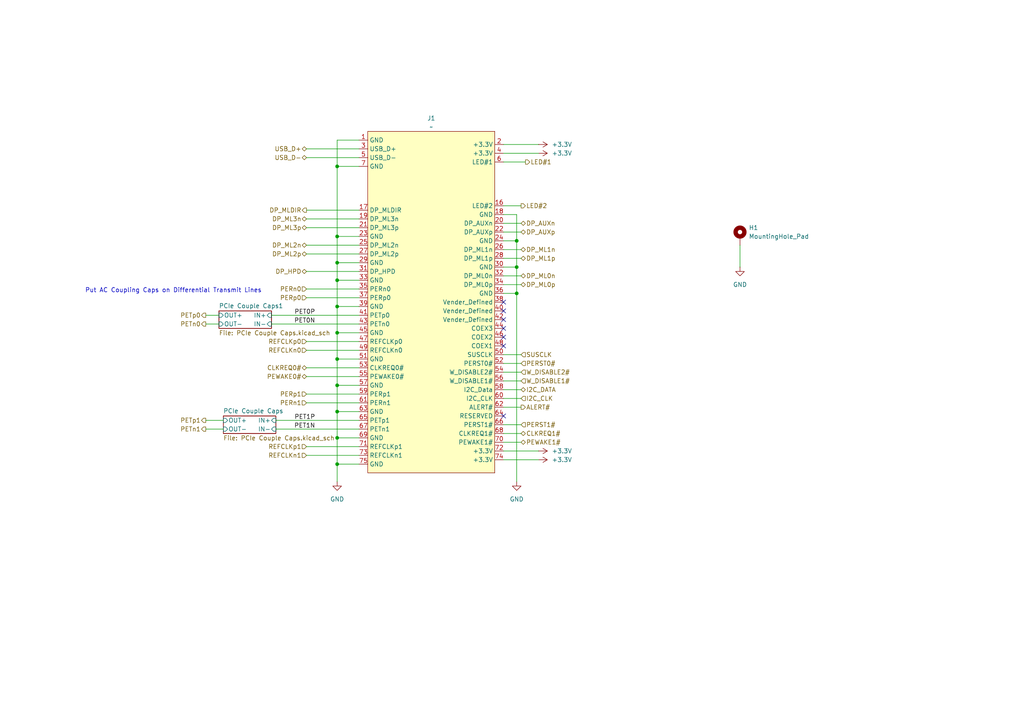
<source format=kicad_sch>
(kicad_sch (version 20250114) (generator "eeschema") (generator_version "9.0")
  (paper "A4")
  (lib_symbols
    (symbol "Mechanical:MountingHole_Pad" (pin_numbers (hide yes)) (pin_names (offset 1.016) (hide yes)) (in_bom no)
      (property "Reference" "H" (at 0 6.35 0))
      (property "Value" "MountingHole_Pad" (at 0 4.445 0))
      (symbol "MountingHole_Pad_0_1"
        (circle (center 0 1.27) (radius 1.27) (stroke (width 1.27)))
      )
      (symbol "MountingHole_Pad_1_1"
        (pin input line (at 0 -2.54 90) (length 2.54) (name "1") (number "1"))
      )
    )
    (symbol "PCIexpress:M.2_A_Key"
      (property "Reference" "J" (at 0 0 0))
      (symbol "M.2_A_Key_0_1"
        (rectangle (start -17.78 -5.08) (end 19.05 -104.14) (fill (type background)))
      )
      (symbol "M.2_A_Key_1_1"
        (pin power_in line (at -20.32 -7.62 0) (length 2.54) (name "GND") (number "1"))
        (pin bidirectional line (at -20.32 -10.16 0) (length 2.54) (name "USB_D+") (number "3"))
        (pin bidirectional line (at -20.32 -12.7 0) (length 2.54) (name "USB_D-") (number "5"))
        (pin power_in line (at -20.32 -15.24 0) (length 2.54) (name "GND") (number "7"))
        (pin output line (at -20.32 -27.94 0) (length 2.54) (name "DP_MLDIR") (number "17"))
        (pin bidirectional line (at -20.32 -30.48 0) (length 2.54) (name "DP_ML3n") (number "19"))
        (pin bidirectional line (at -20.32 -33.02 0) (length 2.54) (name "DP_ML3p") (number "21"))
        (pin power_in line (at -20.32 -35.56 0) (length 2.54) (name "GND") (number "23"))
        (pin bidirectional line (at -20.32 -38.1 0) (length 2.54) (name "DP_ML2n") (number "25"))
        (pin bidirectional line (at -20.32 -40.64 0) (length 2.54) (name "DP_ML2p") (number "27"))
        (pin power_in line (at -20.32 -43.18 0) (length 2.54) (name "GND") (number "29"))
        (pin bidirectional line (at -20.32 -45.72 0) (length 2.54) (name "DP_HPD") (number "31"))
        (pin power_in line (at -20.32 -48.26 0) (length 2.54) (name "GND") (number "33"))
        (pin input line (at -20.32 -50.8 0) (length 2.54) (name "PERn0") (number "35"))
        (pin input line (at -20.32 -53.34 0) (length 2.54) (name "PERp0") (number "37"))
        (pin power_in line (at -20.32 -55.88 0) (length 2.54) (name "GND") (number "39"))
        (pin output line (at -20.32 -58.42 0) (length 2.54) (name "PETp0") (number "41"))
        (pin output line (at -20.32 -60.96 0) (length 2.54) (name "PETn0") (number "43"))
        (pin power_in line (at -20.32 -63.5 0) (length 2.54) (name "GND") (number "45"))
        (pin input line (at -20.32 -66.04 0) (length 2.54) (name "REFCLKp0") (number "47"))
        (pin input line (at -20.32 -68.58 0) (length 2.54) (name "REFCLKn0") (number "49"))
        (pin power_in line (at -20.32 -71.12 0) (length 2.54) (name "GND") (number "51"))
        (pin bidirectional line (at -20.32 -73.66 0) (length 2.54) (name "CLKREQ0#") (number "53"))
        (pin bidirectional line (at -20.32 -76.2 0) (length 2.54) (name "PEWAKE0#") (number "55"))
        (pin power_in line (at -20.32 -78.74 0) (length 2.54) (name "GND") (number "57"))
        (pin input line (at -20.32 -81.28 0) (length 2.54) (name "PERp1") (number "59"))
        (pin input line (at -20.32 -83.82 0) (length 2.54) (name "PERn1") (number "61"))
        (pin power_in line (at -20.32 -86.36 0) (length 2.54) (name "GND") (number "63"))
        (pin output line (at -20.32 -88.9 0) (length 2.54) (name "PETp1") (number "65"))
        (pin output line (at -20.32 -91.44 0) (length 2.54) (name "PETn1") (number "67"))
        (pin passive line (at -20.32 -93.98 0) (length 2.54) (name "GND") (number "69"))
        (pin input line (at -20.32 -96.52 0) (length 2.54) (name "REFCLKp1") (number "71"))
        (pin input line (at -20.32 -99.06 0) (length 2.54) (name "REFCLKn1") (number "73"))
        (pin power_in line (at -20.32 -101.6 0) (length 2.54) (name "GND") (number "75"))
        (pin power_in line (at 21.59 -8.89 180) (length 2.54) (name "+3.3V") (number "2"))
        (pin power_in line (at 21.59 -11.43 180) (length 2.54) (name "+3.3V") (number "4"))
        (pin output line (at 21.59 -13.97 180) (length 2.54) (name "LED#1") (number "6"))
        (pin output line (at 21.59 -26.67 180) (length 2.54) (name "LED#2") (number "16"))
        (pin power_in line (at 21.59 -29.21 180) (length 2.54) (name "GND") (number "18"))
        (pin bidirectional line (at 21.59 -31.75 180) (length 2.54) (name "DP_AUXn") (number "20"))
        (pin bidirectional line (at 21.59 -34.29 180) (length 2.54) (name "DP_AUXp") (number "22"))
        (pin power_in line (at 21.59 -36.83 180) (length 2.54) (name "GND") (number "24"))
        (pin bidirectional line (at 21.59 -39.37 180) (length 2.54) (name "DP_ML1n") (number "26"))
        (pin bidirectional line (at 21.59 -41.91 180) (length 2.54) (name "DP_ML1p") (number "28"))
        (pin power_in line (at 21.59 -44.45 180) (length 2.54) (name "GND") (number "30"))
        (pin bidirectional line (at 21.59 -46.99 180) (length 2.54) (name "DP_ML0n") (number "32"))
        (pin bidirectional line (at 21.59 -49.53 180) (length 2.54) (name "DP_ML0p") (number "34"))
        (pin power_in line (at 21.59 -52.07 180) (length 2.54) (name "GND") (number "36"))
        (pin unspecified line (at 21.59 -54.61 180) (length 2.54) (name "Vender_Defined") (number "38"))
        (pin unspecified line (at 21.59 -57.15 180) (length 2.54) (name "Vender_Defined") (number "40"))
        (pin unspecified line (at 21.59 -59.69 180) (length 2.54) (name "Vender_Defined") (number "42"))
        (pin bidirectional line (at 21.59 -62.23 180) (length 2.54) (name "COEX3") (number "44"))
        (pin bidirectional line (at 21.59 -64.77 180) (length 2.54) (name "COEX2") (number "46"))
        (pin bidirectional line (at 21.59 -67.31 180) (length 2.54) (name "COEX1") (number "48"))
        (pin input line (at 21.59 -69.85 180) (length 2.54) (name "SUSCLK") (number "50"))
        (pin input line (at 21.59 -72.39 180) (length 2.54) (name "PERST0#") (number "52"))
        (pin input line (at 21.59 -74.93 180) (length 2.54) (name "W_DISABLE2#") (number "54"))
        (pin input line (at 21.59 -77.47 180) (length 2.54) (name "W_DISABLE1#") (number "56"))
        (pin bidirectional line (at 21.59 -80.01 180) (length 2.54) (name "I2C_Data") (number "58"))
        (pin input line (at 21.59 -82.55 180) (length 2.54) (name "I2C_CLK") (number "60"))
        (pin output line (at 21.59 -85.09 180) (length 2.54) (name "ALERT#") (number "62"))
        (pin unspecified line (at 21.59 -87.63 180) (length 2.54) (name "RESERVED") (number "64"))
        (pin input line (at 21.59 -90.17 180) (length 2.54) (name "PERST1#") (number "66"))
        (pin bidirectional line (at 21.59 -92.71 180) (length 2.54) (name "CLKREQ1#") (number "68"))
        (pin bidirectional line (at 21.59 -95.25 180) (length 2.54) (name "PEWAKE1#") (number "70"))
        (pin power_in line (at 21.59 -97.79 180) (length 2.54) (name "+3.3V") (number "72"))
        (pin power_in line (at 21.59 -100.33 180) (length 2.54) (name "+3.3V") (number "74"))
      )
    )
    (symbol "power:+3.3V" (power) (pin_numbers (hide yes)) (pin_names (offset 0) (hide yes))
      (property "Value" "+3.3V" (at 0 3.556 0))
      (symbol "+3.3V_0_1"
        (polyline (pts (xy -0.762 1.27) (xy 0 2.54)))
        (polyline (pts (xy 0 2.54) (xy 0.762 1.27)))
        (polyline (pts (xy 0 0) (xy 0 2.54)))
      )
      (symbol "+3.3V_1_1"
        (pin power_in line (at 0 0 90) (length 0) (name "~") (number "1"))
      )
    )
    (symbol "power:GND" (power) (pin_numbers (hide yes)) (pin_names (offset 0) (hide yes))
      (property "Value" "GND" (at 0 -3.81 0))
      (symbol "GND_0_1"
        (polyline (pts (xy 0 0) (xy 0 -1.27) (xy 1.27 -1.27) (xy 0 -2.54) (xy -1.27 -1.27) (xy 0 -1.27)))
      )
      (symbol "GND_1_1"
        (pin power_in line (at 0 0 270) (length 0) (name "~") (number "1"))
      )
    )
  )
  (text "Put AC Coupling Caps on Differential Transmit Lines" (at 50.292 84.328 0) (effects (font (size 1.27 1.27))))
  (junction (at 97.79 76.2))
  (junction (at 97.79 134.62))
  (junction (at 97.79 111.76))
  (junction (at 97.79 81.28))
  (junction (at 97.79 127))
  (junction (at 149.86 85.09))
  (junction (at 149.86 69.85))
  (junction (at 97.79 104.14))
  (junction (at 149.86 77.47))
  (junction (at 97.79 88.9))
  (junction (at 97.79 68.58))
  (junction (at 97.79 119.38))
  (junction (at 97.79 48.26))
  (junction (at 97.79 96.52))
  (no_connect (at 146.05 100.33))
  (no_connect (at 146.05 120.65))
  (no_connect (at 146.05 95.25))
  (no_connect (at 146.05 87.63))
  (no_connect (at 146.05 97.79))
  (no_connect (at 146.05 90.17))
  (no_connect (at 146.05 92.71))
  (wire (pts (xy 80.01 124.46) (xy 104.14 124.46)))
  (wire (pts (xy 88.9 101.6) (xy 104.14 101.6)))
  (wire (pts (xy 88.9 86.36) (xy 104.14 86.36)))
  (wire (pts (xy 88.9 109.22) (xy 104.14 109.22)))
  (wire (pts (xy 88.9 71.12) (xy 104.14 71.12)))
  (wire (pts (xy 88.9 60.96) (xy 104.14 60.96)))
  (wire (pts (xy 104.14 48.26) (xy 97.79 48.26)))
  (wire (pts (xy 146.05 64.77) (xy 151.13 64.77)))
  (wire (pts (xy 88.9 78.74) (xy 104.14 78.74)))
  (wire (pts (xy 149.86 77.47) (xy 149.86 85.09)))
  (wire (pts (xy 146.05 72.39) (xy 151.13 72.39)))
  (wire (pts (xy 59.69 124.46) (xy 64.77 124.46)))
  (wire (pts (xy 78.74 91.44) (xy 104.14 91.44)))
  (wire (pts (xy 146.05 85.09) (xy 149.86 85.09)))
  (wire (pts (xy 146.05 125.73) (xy 151.13 125.73)))
  (wire (pts (xy 146.05 77.47) (xy 149.86 77.47)))
  (wire (pts (xy 104.14 119.38) (xy 97.79 119.38)))
  (wire (pts (xy 88.9 99.06) (xy 104.14 99.06)))
  (wire (pts (xy 146.05 74.93) (xy 151.13 74.93)))
  (wire (pts (xy 88.9 129.54) (xy 104.14 129.54)))
  (wire (pts (xy 149.86 62.23) (xy 149.86 69.85)))
  (wire (pts (xy 149.86 85.09) (xy 149.86 139.7)))
  (wire (pts (xy 88.9 114.3) (xy 104.14 114.3)))
  (wire (pts (xy 88.9 106.68) (xy 104.14 106.68)))
  (wire (pts (xy 104.14 76.2) (xy 97.79 76.2)))
  (wire (pts (xy 88.9 63.5) (xy 104.14 63.5)))
  (wire (pts (xy 88.9 43.18) (xy 104.14 43.18)))
  (wire (pts (xy 97.79 81.28) (xy 97.79 88.9)))
  (wire (pts (xy 146.05 113.03) (xy 151.13 113.03)))
  (wire (pts (xy 146.05 82.55) (xy 151.13 82.55)))
  (wire (pts (xy 97.79 104.14) (xy 97.79 111.76)))
  (wire (pts (xy 97.79 88.9) (xy 97.79 96.52)))
  (wire (pts (xy 146.05 102.87) (xy 151.13 102.87)))
  (wire (pts (xy 146.05 130.81) (xy 156.21 130.81)))
  (wire (pts (xy 146.05 107.95) (xy 151.13 107.95)))
  (wire (pts (xy 146.05 69.85) (xy 149.86 69.85)))
  (wire (pts (xy 97.79 76.2) (xy 97.79 81.28)))
  (wire (pts (xy 146.05 115.57) (xy 151.13 115.57)))
  (wire (pts (xy 97.79 40.64) (xy 97.79 48.26)))
  (wire (pts (xy 104.14 68.58) (xy 97.79 68.58)))
  (wire (pts (xy 146.05 118.11) (xy 151.13 118.11)))
  (wire (pts (xy 146.05 67.31) (xy 151.13 67.31)))
  (wire (pts (xy 104.14 40.64) (xy 97.79 40.64)))
  (wire (pts (xy 97.79 96.52) (xy 97.79 104.14)))
  (wire (pts (xy 146.05 128.27) (xy 151.13 128.27)))
  (wire (pts (xy 88.9 73.66) (xy 104.14 73.66)))
  (wire (pts (xy 88.9 83.82) (xy 104.14 83.82)))
  (wire (pts (xy 146.05 110.49) (xy 151.13 110.49)))
  (wire (pts (xy 104.14 134.62) (xy 97.79 134.62)))
  (wire (pts (xy 104.14 96.52) (xy 97.79 96.52)))
  (wire (pts (xy 104.14 81.28) (xy 97.79 81.28)))
  (wire (pts (xy 214.63 71.12) (xy 214.63 77.47)))
  (wire (pts (xy 97.79 111.76) (xy 97.79 119.38)))
  (wire (pts (xy 88.9 66.04) (xy 104.14 66.04)))
  (wire (pts (xy 146.05 44.45) (xy 156.21 44.45)))
  (wire (pts (xy 97.79 127) (xy 97.79 134.62)))
  (wire (pts (xy 146.05 59.69) (xy 151.13 59.69)))
  (wire (pts (xy 104.14 104.14) (xy 97.79 104.14)))
  (wire (pts (xy 104.14 111.76) (xy 97.79 111.76)))
  (wire (pts (xy 59.69 91.44) (xy 63.5 91.44)))
  (wire (pts (xy 88.9 116.84) (xy 104.14 116.84)))
  (wire (pts (xy 149.86 69.85) (xy 149.86 77.47)))
  (wire (pts (xy 146.05 80.01) (xy 151.13 80.01)))
  (wire (pts (xy 97.79 68.58) (xy 97.79 76.2)))
  (wire (pts (xy 104.14 127) (xy 97.79 127)))
  (wire (pts (xy 97.79 119.38) (xy 97.79 127)))
  (wire (pts (xy 104.14 88.9) (xy 97.79 88.9)))
  (wire (pts (xy 146.05 105.41) (xy 151.13 105.41)))
  (wire (pts (xy 88.9 45.72) (xy 104.14 45.72)))
  (wire (pts (xy 80.01 121.92) (xy 104.14 121.92)))
  (wire (pts (xy 146.05 62.23) (xy 149.86 62.23)))
  (wire (pts (xy 59.69 93.98) (xy 63.5 93.98)))
  (wire (pts (xy 88.9 132.08) (xy 104.14 132.08)))
  (wire (pts (xy 146.05 46.99) (xy 152.4 46.99)))
  (wire (pts (xy 59.69 121.92) (xy 64.77 121.92)))
  (wire (pts (xy 146.05 123.19) (xy 151.13 123.19)))
  (wire (pts (xy 97.79 134.62) (xy 97.79 139.7)))
  (wire (pts (xy 146.05 133.35) (xy 156.21 133.35)))
  (wire (pts (xy 146.05 41.91) (xy 156.21 41.91)))
  (wire (pts (xy 78.74 93.98) (xy 104.14 93.98)))
  (wire (pts (xy 97.79 48.26) (xy 97.79 68.58)))
  (label "PET0N" (at 91.44 93.98 180))
  (label "PET0P" (at 91.44 91.44 180))
  (label "PET1P" (at 91.44 121.92 180))
  (label "PET1N" (at 91.44 124.46 180))
  (hierarchical_label "DP_ML1n" (shape bidirectional) (at 151.13 72.39 0))
  (hierarchical_label "DP_ML2n" (shape bidirectional) (at 88.9 71.12 180))
  (hierarchical_label "W_DISABLE1#" (shape input) (at 151.13 110.49 0))
  (hierarchical_label "DP_AUXp" (shape bidirectional) (at 151.13 67.31 0))
  (hierarchical_label "REFCLKn0" (shape input) (at 88.9 101.6 180))
  (hierarchical_label "PETn1" (shape output) (at 59.69 124.46 180))
  (hierarchical_label "CLKREQ1#" (shape bidirectional) (at 151.13 125.73 0))
  (hierarchical_label "PETp1" (shape output) (at 59.69 121.92 180))
  (hierarchical_label "I2C_DATA" (shape bidirectional) (at 151.13 113.03 0))
  (hierarchical_label "PERp0" (shape input) (at 88.9 86.36 180))
  (hierarchical_label "DP_ML0n" (shape bidirectional) (at 151.13 80.01 0))
  (hierarchical_label "REFCLKn1" (shape input) (at 88.9 132.08 180))
  (hierarchical_label "LED#1" (shape output) (at 152.4 46.99 0))
  (hierarchical_label "REFCLKp0" (shape input) (at 88.9 99.06 180))
  (hierarchical_label "PERST0#" (shape input) (at 151.13 105.41 0))
  (hierarchical_label "PETp0" (shape output) (at 59.69 91.44 180))
  (hierarchical_label "USB_D-" (shape bidirectional) (at 88.9 45.72 180))
  (hierarchical_label "DP_ML2p" (shape bidirectional) (at 88.9 73.66 180))
  (hierarchical_label "W_DISABLE2#" (shape input) (at 151.13 107.95 0))
  (hierarchical_label "DP_ML3n" (shape bidirectional) (at 88.9 63.5 180))
  (hierarchical_label "DP_HPD" (shape bidirectional) (at 88.9 78.74 180))
  (hierarchical_label "PERST1#" (shape input) (at 151.13 123.19 0))
  (hierarchical_label "PERn1" (shape input) (at 88.9 116.84 180))
  (hierarchical_label "SUSCLK" (shape input) (at 151.13 102.87 0))
  (hierarchical_label "PEWAKE1#" (shape bidirectional) (at 151.13 128.27 0))
  (hierarchical_label "CLKREQ0#" (shape bidirectional) (at 88.9 106.68 180))
  (hierarchical_label "REFCLKp1" (shape input) (at 88.9 129.54 180))
  (hierarchical_label "DP_ML3p" (shape bidirectional) (at 88.9 66.04 180))
  (hierarchical_label "PETn0" (shape output) (at 59.69 93.98 180))
  (hierarchical_label "PERp1" (shape input) (at 88.9 114.3 180))
  (hierarchical_label "USB_D+" (shape bidirectional) (at 88.9 43.18 180))
  (hierarchical_label "I2C_CLK" (shape input) (at 151.13 115.57 0))
  (hierarchical_label "ALERT#" (shape output) (at 151.13 118.11 0))
  (hierarchical_label "PERn0" (shape input) (at 88.9 83.82 180))
  (hierarchical_label "DP_AUXn" (shape bidirectional) (at 151.13 64.77 0))
  (hierarchical_label "DP_MLDIR" (shape output) (at 88.9 60.96 180))
  (hierarchical_label "DP_ML0p" (shape bidirectional) (at 151.13 82.55 0))
  (hierarchical_label "PEWAKE0#" (shape bidirectional) (at 88.9 109.22 180))
  (hierarchical_label "DP_ML1p" (shape bidirectional) (at 151.13 74.93 0))
  (hierarchical_label "LED#2" (shape output) (at 151.13 59.69 0))
  (symbol (lib_id "power:+3.3V") (at 156.21 130.81 270) (unit 1)
    (property "Reference" "#PWR05" (effects (hide yes)))
    (property "Value" "+3.3V" (at 160.02 130.8099 90) (effects (justify left)))
    (property "Description" "Power symbol creates a global label with name \"+3.3V\"" (effects (hide yes)))
  )
  (symbol (lib_id "PCIexpress:M.2_A_Key") (at 124.46 33.02 0) (unit 1)
    (property "Reference" "J1" (at 125.095 34.29 0))
    (property "Value" "~" (at 125.095 36.83 0))
    (property "Footprint" "PCIexpress:M.2 A Key Connector" (effects (hide yes)))
    (property "Note" "Check PCIe M.2 Specification for Pin Alt mode functions. Check your socket pinout for pin functions." (effects (hide yes)))
  )
  (symbol (lib_id "power:GND") (at 97.79 139.7 0) (unit 1)
    (property "Reference" "#PWR01" (effects (hide yes)))
    (property "Value" "GND" (at 97.79 144.78 0))
    (property "Description" "Power symbol creates a global label with name \"GND\" , ground" (effects (hide yes)))
  )
  (symbol (lib_id "power:+3.3V") (at 156.21 44.45 270) (unit 1)
    (property "Reference" "#PWR04" (effects (hide yes)))
    (property "Value" "+3.3V" (at 160.02 44.4499 90) (effects (justify left)))
    (property "Description" "Power symbol creates a global label with name \"+3.3V\"" (effects (hide yes)))
  )
  (symbol (lib_id "power:GND") (at 214.63 77.47 0) (unit 1)
    (property "Reference" "#PWR07" (effects (hide yes)))
    (property "Value" "GND" (at 214.63 82.55 0))
    (property "Description" "Power symbol creates a global label with name \"GND\" , ground" (effects (hide yes)))
  )
  (symbol (lib_id "power:+3.3V") (at 156.21 41.91 270) (unit 1)
    (property "Reference" "#PWR03" (effects (hide yes)))
    (property "Value" "+3.3V" (at 160.02 41.9099 90) (effects (justify left)))
    (property "Description" "Power symbol creates a global label with name \"+3.3V\"" (effects (hide yes)))
  )
  (symbol (lib_id "power:+3.3V") (at 156.21 133.35 270) (unit 1)
    (property "Reference" "#PWR06" (effects (hide yes)))
    (property "Value" "+3.3V" (at 160.02 133.3499 90) (effects (justify left)))
    (property "Description" "Power symbol creates a global label with name \"+3.3V\"" (effects (hide yes)))
  )
  (symbol (lib_id "power:GND") (at 149.86 139.7 0) (unit 1)
    (property "Reference" "#PWR02" (effects (hide yes)))
    (property "Value" "GND" (at 149.86 144.78 0))
    (property "Description" "Power symbol creates a global label with name \"GND\" , ground" (effects (hide yes)))
  )
  (symbol (lib_id "Mechanical:MountingHole_Pad") (at 214.63 68.58 0) (unit 1) (in_bom no)
    (property "Reference" "H1" (at 217.17 66.0399 0) (effects (justify left)))
    (property "Value" "MountingHole_Pad" (at 217.17 68.5799 0) (effects (justify left)))
    (property "Footprint" "PCIexpress:M.2 Mounting Pad" (effects (hide yes)))
    (property "Description" "Mounting Hole with connection" (effects (hide yes)))
  )
  (sheet (at 64.77 120.65) (size 15.24 5.08) (stroke (width 0.1524))
    (property "Sheetname" "PCIe Couple Caps" (at 64.77 119.9384 0) (effects (justify left bottom)))
    (property "Sheetfile" "PCIe Couple Caps.kicad_sch" (at 64.77 126.3146 0) (effects (justify left top)))
    (pin "OUT-" input (at 64.77 124.46 180))
    (pin "IN+" input (at 80.01 121.92 0))
    (pin "OUT+" input (at 64.77 121.92 180))
    (pin "IN-" input (at 80.01 124.46 0))
  )
  (sheet (at 63.5 90.17) (size 15.24 5.08) (stroke (width 0.1524))
    (property "Sheetname" "PCIe Couple Caps1" (at 63.5 89.4584 0) (effects (justify left bottom)))
    (property "Sheetfile" "PCIe Couple Caps.kicad_sch" (at 63.5 95.8346 0) (effects (justify left top)))
    (pin "OUT-" input (at 63.5 93.98 180))
    (pin "IN+" input (at 78.74 91.44 0))
    (pin "OUT+" input (at 63.5 91.44 180))
    (pin "IN-" input (at 78.74 93.98 0))
  )
)
</source>
